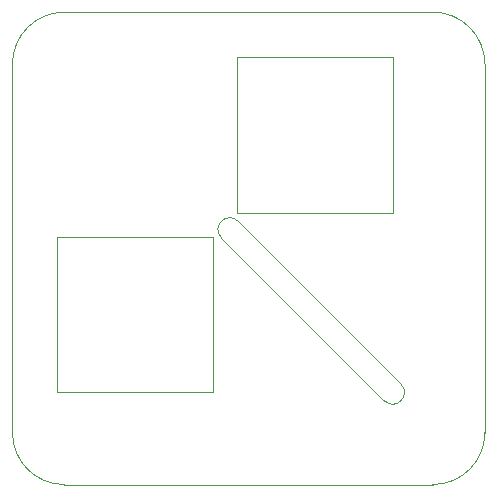
<source format=gm1>
G04 #@! TF.GenerationSoftware,KiCad,Pcbnew,7.0.6*
G04 #@! TF.CreationDate,2024-05-06T23:54:56+03:00*
G04 #@! TF.ProjectId,board-holder,626f6172-642d-4686-9f6c-6465722e6b69,rev?*
G04 #@! TF.SameCoordinates,Original*
G04 #@! TF.FileFunction,Profile,NP*
%FSLAX46Y46*%
G04 Gerber Fmt 4.6, Leading zero omitted, Abs format (unit mm)*
G04 Created by KiCad (PCBNEW 7.0.6) date 2024-05-06 23:54:56*
%MOMM*%
%LPD*%
G01*
G04 APERTURE LIST*
G04 #@! TA.AperFunction,Profile*
%ADD10C,0.100000*%
G04 #@! TD*
G04 APERTURE END LIST*
D10*
X135250965Y-98892893D02*
X135250965Y-130092893D01*
X130850965Y-134492893D02*
X99650965Y-134492893D01*
X130850965Y-94492893D02*
X99650965Y-94492893D01*
X128150965Y-125992893D02*
X114350965Y-112192893D01*
X126750965Y-127392893D02*
X112950965Y-113592893D01*
X95250965Y-130092893D02*
X95250965Y-98892893D01*
X127450965Y-111492893D02*
X114250965Y-111492893D01*
X114250965Y-111492893D02*
X114250965Y-98292893D01*
X114250965Y-98292893D02*
X127450965Y-98292893D01*
X127450965Y-98292893D02*
X127450965Y-111492893D01*
X112250965Y-126692893D02*
X99050965Y-126692893D01*
X99050965Y-126692893D02*
X99050965Y-113492893D01*
X99050965Y-113492893D02*
X112250965Y-113492893D01*
X112250965Y-113492893D02*
X112250965Y-126692893D01*
X130850965Y-134492893D02*
G75*
G03*
X135250965Y-130092893I-3J4400003D01*
G01*
X135250965Y-98892893D02*
G75*
G03*
X130850965Y-94492893I-4400003J-3D01*
G01*
X126750965Y-127392893D02*
G75*
G03*
X128150965Y-125992893I700000J700000D01*
G01*
X114350965Y-112192893D02*
G75*
G03*
X112950965Y-113592893I-700000J-700000D01*
G01*
X95250965Y-130092893D02*
G75*
G03*
X99650965Y-134492893I4400000J0D01*
G01*
X99650965Y-94492893D02*
G75*
G03*
X95250965Y-98892893I0J-4400000D01*
G01*
M02*

</source>
